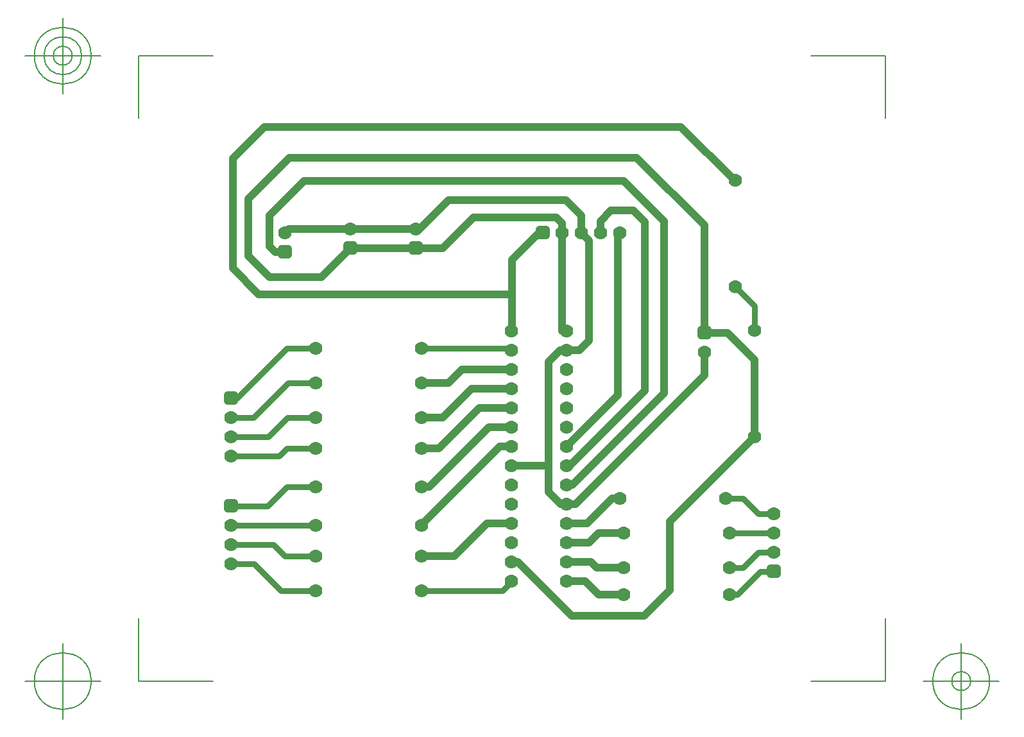
<source format=gbr>
G04 Generated by Ultiboard 14.1 *
%FSLAX24Y24*%
%MOIN*%

%ADD10C,0.0001*%
%ADD11C,0.0400*%
%ADD12C,0.0300*%
%ADD13C,0.0050*%
%ADD14C,0.0700*%
%ADD15R,0.0308X0.0308*%
%ADD16C,0.0392*%


G04 ColorRGB 0000C0 for the following layer *
%LNCopper Bottom*%
%LPD*%
G54D10*
G54D11*
X18600Y29600D02*
X18100Y29600D01*
X15400Y29600D02*
X15200Y29600D01*
X18600Y28600D02*
X18100Y28600D01*
X15400Y28600D02*
X15200Y28600D01*
X15200Y29600D02*
X15100Y29600D01*
X28100Y10600D02*
X27400Y11300D01*
X26425Y11300D01*
X29400Y10600D02*
X28100Y10600D01*
X26700Y9500D02*
X23900Y12300D01*
X23575Y12300D01*
X25500Y17300D02*
X23575Y17300D01*
X29200Y15600D02*
X28800Y15600D01*
X28100Y13800D02*
X27600Y13300D01*
X28100Y13800D02*
X29400Y13800D01*
X27600Y13300D02*
X26425Y13300D01*
X27700Y12300D02*
X28000Y12000D01*
X29400Y12000D01*
X27700Y12300D02*
X26425Y12300D01*
X29203Y29403D02*
X29100Y29300D01*
X25500Y15925D02*
X26125Y15300D01*
X25500Y15925D02*
X25500Y17000D01*
X27500Y14300D02*
X26425Y14300D01*
X28800Y15600D02*
X27500Y14300D01*
X29100Y29300D02*
X29100Y20950D01*
X33600Y22000D02*
X26900Y15300D01*
X26125Y15300D02*
X26900Y15300D01*
X33600Y23200D02*
X33600Y22000D01*
X25003Y29403D02*
X25203Y29403D01*
X21600Y30200D02*
X20000Y28600D01*
X18600Y28600D01*
X18800Y29600D02*
X18600Y29600D01*
X10750Y34900D02*
X9100Y33250D01*
X9100Y27550D02*
X10450Y26200D01*
X9100Y33250D02*
X9100Y27550D01*
X36200Y22800D02*
X36200Y18800D01*
X33600Y24200D02*
X34800Y24200D01*
X36200Y22800D01*
X33600Y24200D02*
X33600Y29783D01*
X12050Y33300D02*
X30083Y33300D01*
X33600Y29783D01*
X9900Y31150D02*
X12050Y33300D01*
X9900Y28200D02*
X9900Y31150D01*
X11000Y27100D02*
X9900Y28200D01*
X15200Y28600D02*
X13700Y27100D01*
X11000Y27100D01*
X18100Y28600D02*
X15400Y28600D01*
X31500Y30000D02*
X29400Y32100D01*
X12800Y32100D02*
X11000Y30300D01*
X29400Y32100D02*
X12800Y32100D01*
X20300Y31100D02*
X18800Y29600D01*
X26400Y31100D02*
X20300Y31100D01*
X27600Y29005D02*
X27203Y29403D01*
X27200Y29403D02*
X27200Y30300D01*
X26200Y29900D02*
X26200Y24300D01*
X26425Y24300D01*
X27200Y30300D02*
X26400Y31100D01*
X25900Y30200D02*
X21600Y30200D01*
X26200Y29900D02*
X25900Y30200D01*
X25500Y17000D02*
X25500Y22700D01*
X26100Y23300D01*
X27100Y23300D01*
X27600Y23800D01*
X27600Y29005D01*
X23600Y25800D02*
X23600Y24300D01*
X23600Y28000D02*
X23600Y25800D01*
X23600Y24300D02*
X23575Y24300D01*
X25003Y29403D02*
X23600Y28000D01*
X10450Y26200D02*
X23600Y26200D01*
X23500Y26200D01*
X18100Y29600D02*
X15400Y29600D01*
X15100Y29600D02*
X12100Y29600D01*
X12000Y29600D01*
X11800Y29400D01*
X11000Y28700D02*
X11300Y28400D01*
X11000Y30300D02*
X11000Y28700D01*
X11300Y28400D02*
X11800Y28400D01*
X28750Y30550D02*
X28203Y30003D01*
X28203Y29403D01*
X28750Y30550D02*
X29900Y30550D01*
X26450Y18300D02*
X26425Y18300D01*
X29900Y30550D02*
X30500Y29950D01*
X29100Y20950D02*
X26450Y18300D01*
X32383Y34900D02*
X35171Y32112D01*
X35200Y32112D01*
X32383Y34900D02*
X10750Y34900D01*
X26750Y16300D02*
X31500Y21050D01*
X31500Y30000D01*
X26425Y16300D02*
X26750Y16300D01*
X30500Y21200D02*
X26600Y17300D01*
X26425Y17300D01*
X30500Y21200D02*
X30500Y29950D01*
X22300Y14300D02*
X20600Y12600D01*
X22300Y14300D02*
X23575Y14300D01*
X20600Y12600D02*
X18912Y12600D01*
X21012Y22300D02*
X20312Y21600D01*
X23575Y22300D02*
X21012Y22300D01*
X20312Y21600D02*
X18912Y21600D01*
X36200Y18800D02*
X31800Y14400D01*
X31800Y10817D02*
X30483Y9500D01*
X26700Y9500D01*
X31800Y14400D02*
X31800Y10817D01*
X21500Y21300D02*
X20000Y19800D01*
X18912Y19800D01*
X23575Y21300D02*
X21500Y21300D01*
X21900Y20300D02*
X19800Y18200D01*
X18912Y18200D01*
X23575Y20300D02*
X21900Y20300D01*
X22400Y19300D02*
X19300Y16200D01*
X18912Y16200D01*
X23575Y19300D02*
X22400Y19300D01*
X22971Y18300D02*
X18912Y14241D01*
X22971Y18300D02*
X23575Y18300D01*
X18912Y14241D02*
X18912Y14200D01*
G54D12*
X13400Y18200D02*
X13200Y18200D01*
X36200Y25600D02*
X35200Y26600D01*
X36200Y24312D02*
X36200Y25600D01*
X11500Y14200D02*
X13400Y14200D01*
X12500Y14200D02*
X9000Y14200D01*
X11964Y21600D02*
X10164Y19800D01*
X9000Y19800D01*
X13400Y21600D02*
X11964Y21600D01*
X11929Y19800D02*
X10929Y18800D01*
X11929Y19800D02*
X13400Y19800D01*
X10929Y18800D02*
X9000Y18800D01*
X11900Y18200D02*
X11500Y17800D01*
X13200Y18200D02*
X11900Y18200D01*
X11500Y17800D02*
X9000Y17800D01*
X10900Y15200D02*
X11900Y16200D01*
X13400Y16200D01*
X10900Y15200D02*
X9000Y15200D01*
X11200Y13200D02*
X11800Y12600D01*
X11200Y13200D02*
X9000Y13200D01*
X13400Y12600D02*
X11800Y12600D01*
X10200Y12200D02*
X11600Y10800D01*
X13400Y10800D01*
X10200Y12200D02*
X9000Y12200D01*
X36500Y11800D02*
X35300Y10600D01*
X36500Y11800D02*
X37200Y11800D01*
X35300Y10600D02*
X34912Y10600D01*
X36400Y12800D02*
X35600Y12000D01*
X34912Y12000D01*
X37200Y12800D02*
X36400Y12800D01*
X37200Y13800D02*
X34912Y13800D01*
X36400Y14800D02*
X35612Y15588D01*
X36400Y14800D02*
X37200Y14800D01*
X35612Y15588D02*
X34712Y15588D01*
X13400Y23400D02*
X13100Y23400D01*
X20812Y23400D02*
X18912Y23400D01*
X11900Y23400D02*
X9300Y20800D01*
X9000Y20800D01*
X13100Y23400D02*
X11900Y23400D01*
X23400Y23400D02*
X23500Y23300D01*
X23575Y23300D02*
X23500Y23300D01*
X23400Y23400D02*
X20812Y23400D01*
X23575Y11275D02*
X23100Y10800D01*
X23575Y11275D02*
X23575Y11300D01*
X23100Y10800D02*
X18912Y10800D01*
G54D13*
X4199Y6099D02*
X4199Y9350D01*
X4199Y6099D02*
X8079Y6099D01*
X43001Y6099D02*
X39121Y6099D01*
X43001Y6099D02*
X43001Y9350D01*
X43001Y38600D02*
X43001Y35350D01*
X43001Y38600D02*
X39121Y38600D01*
X4199Y38600D02*
X8079Y38600D01*
X4199Y38600D02*
X4199Y35350D01*
X2230Y6099D02*
X-1707Y6099D01*
X262Y4131D02*
X262Y8068D01*
X-1214Y6099D02*
G75*
D01*
G02X-1214Y6099I1476J0*
G01*
X44969Y6099D02*
X48906Y6099D01*
X46938Y4131D02*
X46938Y8068D01*
X45462Y6099D02*
G75*
D01*
G02X45462Y6099I1476J0*
G01*
X46446Y6099D02*
G75*
D01*
G02X46446Y6099I492J0*
G01*
X2230Y38600D02*
X-1707Y38600D01*
X262Y36632D02*
X262Y40569D01*
X-1214Y38600D02*
G75*
D01*
G02X-1214Y38600I1476J0*
G01*
X-722Y38600D02*
G75*
D01*
G02X-722Y38600I984J0*
G01*
X-230Y38600D02*
G75*
D01*
G02X-230Y38600I492J0*
G01*
G54D14*
X26203Y29403D03*
X27203Y29403D03*
X29203Y29403D03*
X28203Y29403D03*
X18600Y29600D03*
X11800Y29400D03*
X15200Y29600D03*
X33600Y23200D03*
X37200Y12800D03*
X37200Y13800D03*
X37200Y14800D03*
X23575Y24300D03*
X23575Y23300D03*
X23575Y22300D03*
X23575Y21300D03*
X23575Y20300D03*
X23575Y19300D03*
X23575Y18300D03*
X23575Y17300D03*
X23575Y14300D03*
X23575Y12300D03*
X23575Y11300D03*
X26425Y24300D03*
X26425Y23300D03*
X26425Y18300D03*
X26425Y17300D03*
X26425Y16300D03*
X26425Y15300D03*
X26425Y14300D03*
X26425Y13300D03*
X26425Y12300D03*
X26425Y11300D03*
X23575Y16300D03*
X23575Y15300D03*
X23575Y13300D03*
X26425Y22300D03*
X26425Y21300D03*
X26425Y20300D03*
X26425Y19300D03*
X18912Y14200D03*
X13400Y14200D03*
X18912Y12600D03*
X13400Y12600D03*
X18912Y18200D03*
X13400Y18200D03*
X18912Y19800D03*
X13400Y19800D03*
X18912Y21600D03*
X13400Y21600D03*
X18912Y16200D03*
X13400Y16200D03*
X34912Y12000D03*
X29400Y12000D03*
X34912Y10600D03*
X29400Y10600D03*
X34912Y13800D03*
X29400Y13800D03*
X34712Y15600D03*
X29200Y15600D03*
X35200Y32112D03*
X35200Y26600D03*
X36200Y24312D03*
X36200Y18800D03*
X18912Y23400D03*
X13400Y23400D03*
X9000Y13200D03*
X9000Y14200D03*
X9000Y12200D03*
X9000Y18800D03*
X9000Y19800D03*
X9000Y17800D03*
X18912Y10800D03*
X13400Y10800D03*
G54D15*
X25203Y29403D03*
X18600Y28600D03*
X11800Y28400D03*
X15200Y28600D03*
X33600Y24200D03*
X37200Y11800D03*
X9000Y15200D03*
X9000Y20800D03*
G54D16*
X25049Y29249D02*
X25357Y29249D01*
X25357Y29557D01*
X25049Y29557D01*
X25049Y29249D01*D02*
X18446Y28446D02*
X18754Y28446D01*
X18754Y28754D01*
X18446Y28754D01*
X18446Y28446D01*D02*
X11646Y28246D02*
X11954Y28246D01*
X11954Y28554D01*
X11646Y28554D01*
X11646Y28246D01*D02*
X15046Y28446D02*
X15354Y28446D01*
X15354Y28754D01*
X15046Y28754D01*
X15046Y28446D01*D02*
X33446Y24046D02*
X33754Y24046D01*
X33754Y24354D01*
X33446Y24354D01*
X33446Y24046D01*D02*
X37046Y11646D02*
X37354Y11646D01*
X37354Y11954D01*
X37046Y11954D01*
X37046Y11646D01*D02*
X8846Y15046D02*
X9154Y15046D01*
X9154Y15354D01*
X8846Y15354D01*
X8846Y15046D01*D02*
X8846Y20646D02*
X9154Y20646D01*
X9154Y20954D01*
X8846Y20954D01*
X8846Y20646D01*D02*

M02*

</source>
